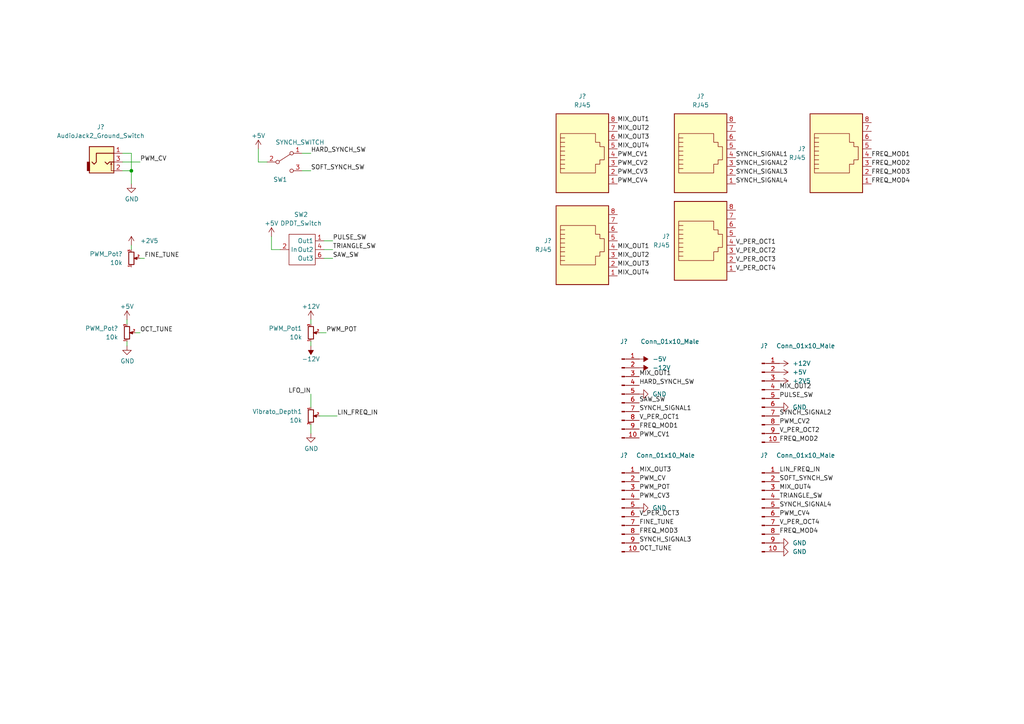
<source format=kicad_sch>
(kicad_sch (version 20211123) (generator eeschema)
  (paper "A4")
  (lib_symbols
    (symbol "Connector:Conn_01x10_Male" (pin_names (offset 1.016) hide)
      (property "Reference" "J" (at 0 12.7 0))
      (property "Value" "Conn_01x10_Male" (at 0 -15.24 0))
      (symbol "Conn_01x10_Male_1_1"
        (polyline (pts (xy 1.27 -12.7) (xy 0.8636 -12.7)) (stroke (width 0.1524)))
        (polyline (pts (xy 1.27 -10.16) (xy 0.8636 -10.16)) (stroke (width 0.1524)))
        (polyline (pts (xy 1.27 -7.62) (xy 0.8636 -7.62)) (stroke (width 0.1524)))
        (polyline (pts (xy 1.27 -5.08) (xy 0.8636 -5.08)) (stroke (width 0.1524)))
        (polyline (pts (xy 1.27 -2.54) (xy 0.8636 -2.54)) (stroke (width 0.1524)))
        (polyline (pts (xy 1.27 0) (xy 0.8636 0)) (stroke (width 0.1524)))
        (polyline (pts (xy 1.27 2.54) (xy 0.8636 2.54)) (stroke (width 0.1524)))
        (polyline (pts (xy 1.27 5.08) (xy 0.8636 5.08)) (stroke (width 0.1524)))
        (polyline (pts (xy 1.27 7.62) (xy 0.8636 7.62)) (stroke (width 0.1524)))
        (polyline (pts (xy 1.27 10.16) (xy 0.8636 10.16)) (stroke (width 0.1524)))
        (rectangle (start 0.8636 -12.573) (end 0 -12.827) (stroke (width 0.1524)) (fill (type outline)))
        (rectangle (start 0.8636 -10.033) (end 0 -10.287) (stroke (width 0.1524)) (fill (type outline)))
        (rectangle (start 0.8636 -7.493) (end 0 -7.747) (stroke (width 0.1524)) (fill (type outline)))
        (rectangle (start 0.8636 -4.953) (end 0 -5.207) (stroke (width 0.1524)) (fill (type outline)))
        (rectangle (start 0.8636 -2.413) (end 0 -2.667) (stroke (width 0.1524)) (fill (type outline)))
        (rectangle (start 0.8636 0.127) (end 0 -0.127) (stroke (width 0.1524)) (fill (type outline)))
        (rectangle (start 0.8636 2.667) (end 0 2.413) (stroke (width 0.1524)) (fill (type outline)))
        (rectangle (start 0.8636 5.207) (end 0 4.953) (stroke (width 0.1524)) (fill (type outline)))
        (rectangle (start 0.8636 7.747) (end 0 7.493) (stroke (width 0.1524)) (fill (type outline)))
        (rectangle (start 0.8636 10.287) (end 0 10.033) (stroke (width 0.1524)) (fill (type outline)))
        (pin passive line (at 5.08 10.16 180) (length 3.81) (name "Pin_1") (number "1"))
        (pin passive line (at 5.08 -12.7 180) (length 3.81) (name "Pin_10") (number "10"))
        (pin passive line (at 5.08 7.62 180) (length 3.81) (name "Pin_2") (number "2"))
        (pin passive line (at 5.08 5.08 180) (length 3.81) (name "Pin_3") (number "3"))
        (pin passive line (at 5.08 2.54 180) (length 3.81) (name "Pin_4") (number "4"))
        (pin passive line (at 5.08 0 180) (length 3.81) (name "Pin_5") (number "5"))
        (pin passive line (at 5.08 -2.54 180) (length 3.81) (name "Pin_6") (number "6"))
        (pin passive line (at 5.08 -5.08 180) (length 3.81) (name "Pin_7") (number "7"))
        (pin passive line (at 5.08 -7.62 180) (length 3.81) (name "Pin_8") (number "8"))
        (pin passive line (at 5.08 -10.16 180) (length 3.81) (name "Pin_9") (number "9"))
      )
    )
    (symbol "Connector:RJ45" (pin_names (offset 1.016))
      (property "Reference" "J" (at -5.08 13.97 0))
      (property "Value" "RJ45" (at 2.54 13.97 0))
      (symbol "RJ45_0_1"
        (polyline (pts (xy -5.08 4.445) (xy -6.35 4.445)))
        (polyline (pts (xy -5.08 5.715) (xy -6.35 5.715)))
        (polyline (pts (xy -6.35 -3.175) (xy -5.08 -3.175) (xy -5.08 -3.175)))
        (polyline (pts (xy -6.35 -1.905) (xy -5.08 -1.905) (xy -5.08 -1.905)))
        (polyline (pts (xy -6.35 -0.635) (xy -5.08 -0.635) (xy -5.08 -0.635)))
        (polyline (pts (xy -6.35 0.635) (xy -5.08 0.635) (xy -5.08 0.635)))
        (polyline (pts (xy -6.35 1.905) (xy -5.08 1.905) (xy -5.08 1.905)))
        (polyline (pts (xy -5.08 3.175) (xy -6.35 3.175) (xy -6.35 3.175)))
        (polyline (pts (xy -6.35 -4.445) (xy -6.35 6.985) (xy 3.81 6.985) (xy 3.81 4.445) (xy 5.08 4.445) (xy 5.08 3.175) (xy 6.35 3.175) (xy 6.35 -0.635) (xy 5.08 -0.635) (xy 5.08 -1.905) (xy 3.81 -1.905) (xy 3.81 -4.445) (xy -6.35 -4.445) (xy -6.35 -4.445)))
        (rectangle (start 7.62 12.7) (end -7.62 -10.16) (stroke (width 0.254)) (fill (type background)))
      )
      (symbol "RJ45_1_1"
        (pin passive line (at 10.16 -7.62 180) (length 2.54) (name "~") (number "1"))
        (pin passive line (at 10.16 -5.08 180) (length 2.54) (name "~") (number "2"))
        (pin passive line (at 10.16 -2.54 180) (length 2.54) (name "~") (number "3"))
        (pin passive line (at 10.16 0 180) (length 2.54) (name "~") (number "4"))
        (pin passive line (at 10.16 2.54 180) (length 2.54) (name "~") (number "5"))
        (pin passive line (at 10.16 5.08 180) (length 2.54) (name "~") (number "6"))
        (pin passive line (at 10.16 7.62 180) (length 2.54) (name "~") (number "7"))
        (pin passive line (at 10.16 10.16 180) (length 2.54) (name "~") (number "8"))
      )
    )
    (symbol "Custom_Audio:DPDT_Switch"
      (property "Reference" "U" (at 0 5.08 0))
      (property "Value" "DPDT_Switch" (at 0 -6.985 0))
      (symbol "DPDT_Switch_0_1"
        (rectangle (start -3.81 3.175) (end 3.81 -5.715))
      )
      (symbol "DPDT_Switch_1_1"
        (pin bidirectional line (at 6.35 1.27 180) (length 2.54) (name "Out1") (number "1"))
        (pin bidirectional line (at -6.35 -1.27 0) (length 2.54) (name "In") (number "2"))
        (pin bidirectional line (at -6.985 -4.445 0) (length 2.54) hide (name "Pin3") (number "3"))
        (pin bidirectional line (at 6.35 -1.27 180) (length 2.54) (name "Out2") (number "4"))
        (pin bidirectional line (at -6.985 -4.445 0) (length 2.54) hide (name "Pin5") (number "5"))
        (pin bidirectional line (at 6.35 -3.81 180) (length 2.54) (name "Out3") (number "6"))
      )
    )
    (symbol "Device:R_Potentiometer_Small" (pin_names (offset 1.016) hide)
      (property "Reference" "RV" (at -4.445 0 90))
      (property "Value" "R_Potentiometer_Small" (at -2.54 0 90))
      (symbol "R_Potentiometer_Small_0_1"
        (polyline (pts (xy 0.889 0) (xy 0.635 0) (xy 1.651 0.381) (xy 1.651 -0.381) (xy 0.635 0) (xy 0.889 0)) (fill (type outline)))
        (rectangle (start 0.762 1.8034) (end -0.762 -1.8034) (stroke (width 0.254)))
      )
      (symbol "R_Potentiometer_Small_1_1"
        (pin passive line (at 0 2.54 270) (length 0.635) (name "1") (number "1"))
        (pin passive line (at 2.54 0 180) (length 0.9906) (name "2") (number "2"))
        (pin passive line (at 0 -2.54 90) (length 0.635) (name "3") (number "3"))
      )
    )
    (symbol "Switch:SW_SPDT" (pin_names (offset 0) hide)
      (property "Reference" "SW" (at 0 4.318 0))
      (property "Value" "SW_SPDT" (at 0 -5.08 0))
      (symbol "SW_SPDT_0_0"
        (circle (center -2.032 0) (radius 0.508))
        (circle (center 2.032 -2.54) (radius 0.508))
      )
      (symbol "SW_SPDT_0_1"
        (polyline (pts (xy -1.524 0.254) (xy 1.651 2.286)))
        (circle (center 2.032 2.54) (radius 0.508))
      )
      (symbol "SW_SPDT_1_1"
        (pin passive line (at 5.08 2.54 180) (length 2.54) (name "A") (number "1"))
        (pin passive line (at -5.08 0 0) (length 2.54) (name "B") (number "2"))
        (pin passive line (at 5.08 -2.54 180) (length 2.54) (name "C") (number "3"))
      )
    )
    (symbol "power:+12V" (power) (pin_names (offset 0))
      (property "Value" "+12V" (at 0 3.556 0))
      (symbol "+12V_0_1"
        (polyline (pts (xy -0.762 1.27) (xy 0 2.54)))
        (polyline (pts (xy 0 0) (xy 0 2.54)))
        (polyline (pts (xy 0 2.54) (xy 0.762 1.27)))
      )
      (symbol "+12V_1_1"
        (pin power_in line (at 0 0 90) (length 0) hide (name "+12V") (number "1"))
      )
    )
    (symbol "power:+2V5" (power) (pin_names (offset 0))
      (property "Value" "+2V5" (at 0 3.556 0))
      (symbol "+2V5_0_1"
        (polyline (pts (xy -0.762 1.27) (xy 0 2.54)))
        (polyline (pts (xy 0 0) (xy 0 2.54)))
        (polyline (pts (xy 0 2.54) (xy 0.762 1.27)))
      )
      (symbol "+2V5_1_1"
        (pin power_in line (at 0 0 90) (length 0) hide (name "+2V5") (number "1"))
      )
    )
    (symbol "power:+5V" (power) (pin_names (offset 0))
      (property "Value" "+5V" (at 0 3.556 0))
      (symbol "+5V_0_1"
        (polyline (pts (xy -0.762 1.27) (xy 0 2.54)))
        (polyline (pts (xy 0 0) (xy 0 2.54)))
        (polyline (pts (xy 0 2.54) (xy 0.762 1.27)))
      )
      (symbol "+5V_1_1"
        (pin power_in line (at 0 0 90) (length 0) hide (name "+5V") (number "1"))
      )
    )
    (symbol "power:-12V" (power) (pin_names (offset 0))
      (property "Value" "-12V" (at 0 3.81 0))
      (symbol "-12V_0_0"
        (pin power_in line (at 0 0 90) (length 0) hide (name "-12V") (number "1"))
      )
      (symbol "-12V_0_1"
        (polyline (pts (xy 0 0) (xy 0 1.27) (xy 0.762 1.27) (xy 0 2.54) (xy -0.762 1.27) (xy 0 1.27)) (fill (type outline)))
      )
    )
    (symbol "power:-5V" (power) (pin_names (offset 0))
      (property "Value" "-5V" (at 0 3.81 0))
      (symbol "-5V_0_0"
        (pin power_in line (at 0 0 90) (length 0) hide (name "-5V") (number "1"))
      )
      (symbol "-5V_0_1"
        (polyline (pts (xy 0 0) (xy 0 1.27) (xy 0.762 1.27) (xy 0 2.54) (xy -0.762 1.27) (xy 0 1.27)) (fill (type outline)))
      )
    )
    (symbol "power:GND" (power) (pin_names (offset 0))
      (property "Value" "GND" (at 0 -3.81 0))
      (symbol "GND_0_1"
        (polyline (pts (xy 0 0) (xy 0 -1.27) (xy 1.27 -1.27) (xy 0 -2.54) (xy -1.27 -1.27) (xy 0 -1.27)))
      )
      (symbol "GND_1_1"
        (pin power_in line (at 0 0 270) (length 0) hide (name "GND") (number "1"))
      )
    )
    (symbol "thonkiconn:AudioJack2_Ground_Switch" (pin_names (offset 1.016))
      (property "Reference" "J" (at 0 8.89 0))
      (property "Value" "AudioJack2_Ground_Switch" (at 0 6.35 0))
      (symbol "AudioJack2_Ground_Switch_0_1"
        (rectangle (start -4.445 -2.54) (end -5.207 0) (fill (type outline)))
        (polyline (pts (xy 1.778 -0.254) (xy 2.032 -0.762)))
        (polyline (pts (xy 0 0) (xy 0.635 -0.635) (xy 1.27 0) (xy 2.54 0)) (stroke (width 0.254)))
        (polyline (pts (xy 2.54 -2.54) (xy 1.778 -2.54) (xy 1.778 -0.254) (xy 1.524 -0.762)))
        (polyline (pts (xy 2.54 2.54) (xy -2.54 2.54) (xy -2.54 0) (xy -3.175 -0.635) (xy -3.81 0)) (stroke (width 0.254)))
        (rectangle (start 2.54 -3.175) (end -4.572 4.445) (stroke (width 0.254)) (fill (type background)))
      )
      (symbol "AudioJack2_Ground_Switch_1_1"
        (pin passive line (at 5.08 2.54 180) (length 2.54) (name "~") (number "1"))
        (pin passive line (at 5.08 -2.54 180) (length 2.54) (name "~") (number "2"))
        (pin passive line (at 5.08 0 180) (length 2.54) (name "~") (number "3"))
      )
    )
  )
  (junction (at 38.1 49.53))
  (wire (pts (xy 74.93 43.18) (xy 74.93 46.99)))
  (wire (pts (xy 36.83 100.33) (xy 36.83 99.06)))
  (wire (pts (xy 35.56 49.53) (xy 38.1 49.53)))
  (wire (pts (xy 90.17 92.71) (xy 90.17 93.98)))
  (wire (pts (xy 78.74 72.39) (xy 81.28 72.39)))
  (wire (pts (xy 35.56 44.45) (xy 38.1 44.45)))
  (wire (pts (xy 38.1 49.53) (xy 38.1 53.34)))
  (wire (pts (xy 40.64 74.93) (xy 41.91 74.93)))
  (wire (pts (xy 93.98 72.39) (xy 96.52 72.39)))
  (wire (pts (xy 36.83 92.71) (xy 36.83 93.98)))
  (wire (pts (xy 90.17 123.19) (xy 90.17 125.73)))
  (wire (pts (xy 87.63 49.53) (xy 90.17 49.53)))
  (wire (pts (xy 78.74 68.58) (xy 78.74 72.39)))
  (wire (pts (xy 92.71 96.52) (xy 94.615 96.52)))
  (wire (pts (xy 90.17 99.06) (xy 90.17 100.33)))
  (wire (pts (xy 92.71 120.65) (xy 97.79 120.65)))
  (wire (pts (xy 87.63 44.45) (xy 90.17 44.45)))
  (wire (pts (xy 35.56 46.99) (xy 40.64 46.99)))
  (wire (pts (xy 39.37 96.52) (xy 40.64 96.52)))
  (wire (pts (xy 38.1 44.45) (xy 38.1 49.53)))
  (wire (pts (xy 93.98 74.93) (xy 96.52 74.93)))
  (wire (pts (xy 90.17 114.3) (xy 90.17 118.11)))
  (wire (pts (xy 93.98 69.85) (xy 96.52 69.85)))
  (wire (pts (xy 38.1 71.12) (xy 38.1 72.39)))
  (wire (pts (xy 74.93 46.99) (xy 77.47 46.99)))
  (label "V_PER_OCT1" (at 185.42 121.92 0))
  (label "SYNCH_SIGNAL3" (at 185.42 157.48 0))
  (label "PWM_CV4" (at 226.06 149.86 0))
  (label "V_PER_OCT4" (at 213.36 78.74 0))
  (label "FREQ_MOD2" (at 226.06 128.27 0))
  (label "V_PER_OCT2" (at 213.36 73.66 0))
  (label "PULSE_SW" (at 226.06 115.57 0))
  (label "FREQ_MOD4" (at 226.06 154.94 0))
  (label "V_PER_OCT4" (at 226.06 152.4 0))
  (label "PWM_POT" (at 185.42 142.24 0))
  (label "MIX_OUT3" (at 179.07 77.47 0))
  (label "MIX_OUT1" (at 185.42 109.22 0))
  (label "MIX_OUT3" (at 179.07 40.64 0))
  (label "V_PER_OCT1" (at 213.36 71.12 0))
  (label "V_PER_OCT3" (at 185.42 149.86 0))
  (label "LFO_IN" (at 90.17 114.3 180))
  (label "FREQ_MOD3" (at 252.73 50.8 0))
  (label "SYNCH_SIGNAL3" (at 213.36 50.8 0))
  (label "OCT_TUNE" (at 185.42 160.02 0))
  (label "PWM_CV2" (at 179.07 48.26 0))
  (label "PULSE_SW" (at 96.52 69.85 0))
  (label "FREQ_MOD1" (at 252.73 45.72 0))
  (label "SYNCH_SIGNAL4" (at 226.06 147.32 0))
  (label "PWM_CV2" (at 226.06 123.19 0))
  (label "MIX_OUT1" (at 179.07 35.56 0))
  (label "PWM_CV1" (at 179.07 45.72 0))
  (label "HARD_SYNCH_SW" (at 185.42 111.76 0))
  (label "FREQ_MOD3" (at 185.42 154.94 0))
  (label "FINE_TUNE" (at 185.42 152.4 0))
  (label "MIX_OUT2" (at 179.07 74.93 0))
  (label "SAW_SW" (at 185.42 116.84 0))
  (label "PWM_CV" (at 40.64 46.99 0))
  (label "LIN_FREQ_IN" (at 226.06 137.16 0))
  (label "SYNCH_SIGNAL4" (at 213.36 53.34 0))
  (label "PWM_CV3" (at 185.42 144.78 0))
  (label "FREQ_MOD2" (at 252.73 48.26 0))
  (label "FREQ_MOD4" (at 252.73 53.34 0))
  (label "MIX_OUT4" (at 179.07 43.18 0))
  (label "TRIANGLE_SW" (at 226.06 144.78 0))
  (label "SOFT_SYNCH_SW" (at 226.06 139.7 0))
  (label "MIX_OUT4" (at 179.07 80.01 0))
  (label "LIN_FREQ_IN" (at 97.79 120.65 0))
  (label "HARD_SYNCH_SW" (at 90.17 44.45 0))
  (label "PWM_CV4" (at 179.07 53.34 0))
  (label "MIX_OUT4" (at 226.06 142.24 0))
  (label "PWM_POT" (at 94.615 96.52 0))
  (label "SOFT_SYNCH_SW" (at 90.17 49.53 0))
  (label "SYNCH_SIGNAL2" (at 213.36 48.26 0))
  (label "SYNCH_SIGNAL2" (at 226.06 120.65 0))
  (label "FINE_TUNE" (at 41.91 74.93 0))
  (label "FREQ_MOD1" (at 185.42 124.46 0))
  (label "PWM_CV1" (at 185.42 127 0))
  (label "V_PER_OCT3" (at 213.36 76.2 0))
  (label "TRIANGLE_SW" (at 96.52 72.39 0))
  (label "MIX_OUT1" (at 179.07 72.39 0))
  (label "PWM_CV3" (at 179.07 50.8 0))
  (label "SYNCH_SIGNAL1" (at 185.42 119.38 0))
  (label "OCT_TUNE" (at 40.64 96.52 0))
  (label "SAW_SW" (at 96.52 74.93 0))
  (label "PWM_CV" (at 185.42 139.7 0))
  (label "SYNCH_SIGNAL1" (at 213.36 45.72 0))
  (label "MIX_OUT2" (at 226.06 113.03 0))
  (label "V_PER_OCT2" (at 226.06 125.73 0))
  (label "MIX_OUT2" (at 179.07 38.1 0))
  (label "MIX_OUT3" (at 185.42 137.16 0))
  (symbol (lib_id "power:+5V") (at 226.06 107.95 270) (unit 1)
    (property "Reference" "#PWR?" (effects hide))
    (property "Value" "+5V" (at 229.87 107.9499 90) (effects (justify left)))
  )
  (symbol (lib_id "Device:R_Potentiometer_Small") (at 36.83 96.52 0) (mirror x) (unit 1)
    (property "Reference" "PWM_Pot?" (at 34.29 95.2499 0) (effects (justify right)))
    (property "Value" "10k" (at 34.29 97.7899 0) (effects (justify right)))
    (property "Footprint" "Custom_Footprints:Alpha_9mm_Potentiometer_Aligned" (effects hide))
  )
  (symbol (lib_id "thonkiconn:AudioJack2_Ground_Switch") (at 30.48 46.99 0) (unit 1)
    (property "Reference" "J?" (at 29.21 36.83 0))
    (property "Value" "AudioJack2_Ground_Switch" (at 29.21 39.37 0))
  )
  (symbol (lib_id "power:GND") (at 226.06 118.11 90) (unit 1)
    (property "Reference" "#PWR?" (effects hide))
    (property "Value" "GND" (at 229.87 118.1099 90) (effects (justify right)))
  )
  (symbol (lib_id "Connector:RJ45") (at 242.57 45.72 0) (unit 1)
    (property "Reference" "J?" (at 233.68 43.1799 0) (effects (justify right)))
    (property "Value" "RJ45" (at 233.68 45.7199 0) (effects (justify right)))
  )
  (symbol (lib_id "Device:R_Potentiometer_Small") (at 90.17 120.65 0) (unit 1)
    (property "Reference" "Vibrato_Depth1" (at 87.63 119.3799 0) (effects (justify right)))
    (property "Value" "10k" (at 87.63 121.9199 0) (effects (justify right)))
    (property "Footprint" "Custom_Footprints:Alpha_9mm_Potentiometer_Aligned" (effects hide))
  )
  (symbol (lib_id "power:+12V") (at 90.17 92.71 0) (mirror y) (unit 1)
    (property "Reference" "#PWR024" (effects hide))
    (property "Value" "+12V" (at 90.17 88.9 0))
  )
  (symbol (lib_id "power:GND") (at 185.42 147.32 90) (unit 1)
    (property "Reference" "#PWR?" (effects hide))
    (property "Value" "GND" (at 189.23 147.3199 90) (effects (justify right)))
  )
  (symbol (lib_id "power:+12V") (at 226.06 105.41 270) (mirror x) (unit 1)
    (property "Reference" "#PWR?" (effects hide))
    (property "Value" "+12V" (at 229.87 105.4099 90) (effects (justify left)))
  )
  (symbol (lib_id "power:GND") (at 226.06 157.48 90) (unit 1)
    (property "Reference" "#PWR?" (effects hide))
    (property "Value" "GND" (at 229.87 157.4799 90) (effects (justify right)))
  )
  (symbol (lib_id "Connector:Conn_01x10_Male") (at 220.98 115.57 0) (unit 1)
    (property "Reference" "J?" (at 221.615 100.33 0))
    (property "Value" "Conn_01x10_Male" (at 233.68 100.33 0))
    (property "Footprint" "Connector_PinHeader_2.54mm:PinHeader_1x10_P2.54mm_Vertical" (effects hide))
  )
  (symbol (lib_id "Connector:RJ45") (at 203.2 45.72 0) (unit 1)
    (property "Reference" "J?" (at 203.2 27.94 0))
    (property "Value" "RJ45" (at 203.2 30.48 0))
  )
  (symbol (lib_id "power:+5V") (at 78.74 68.58 0) (unit 1)
    (property "Reference" "#PWR013" (effects hide))
    (property "Value" "+5V" (at 78.74 64.77 0))
  )
  (symbol (lib_id "power:GND") (at 185.42 114.3 90) (unit 1)
    (property "Reference" "#PWR?" (effects hide))
    (property "Value" "GND" (at 189.23 114.2999 90) (effects (justify right)))
  )
  (symbol (lib_id "power:+2V5") (at 226.06 110.49 270) (unit 1)
    (property "Reference" "#PWR?" (effects hide))
    (property "Value" "+2V5" (at 229.87 110.4899 90) (effects (justify left)))
  )
  (symbol (lib_id "power:-12V") (at 185.42 106.68 270) (unit 1)
    (property "Reference" "#PWR?" (effects hide))
    (property "Value" "-12V" (at 189.23 106.6799 90) (effects (justify left)))
  )
  (symbol (lib_id "Connector:Conn_01x10_Male") (at 180.34 114.3 0) (unit 1)
    (property "Reference" "J?" (at 180.975 99.06 0))
    (property "Value" "Conn_01x10_Male" (at 194.31 99.06 0))
    (property "Footprint" "Connector_PinHeader_2.54mm:PinHeader_1x10_P2.54mm_Vertical" (effects hide))
  )
  (symbol (lib_id "Device:R_Potentiometer_Small") (at 38.1 74.93 0) (mirror x) (unit 1)
    (property "Reference" "PWM_Pot?" (at 35.56 73.6599 0) (effects (justify right)))
    (property "Value" "10k" (at 35.56 76.1999 0) (effects (justify right)))
    (property "Footprint" "Custom_Footprints:Alpha_9mm_Potentiometer_Aligned" (effects hide))
  )
  (symbol (lib_id "power:-5V") (at 185.42 104.14 270) (unit 1)
    (property "Reference" "#PWR?" (effects hide))
    (property "Value" "-5V" (at 189.23 104.1399 90) (effects (justify left)))
  )
  (symbol (lib_id "power:GND") (at 36.83 100.33 0) (unit 1)
    (property "Reference" "#PWR?" (effects hide))
    (property "Value" "GND" (at 36.957 104.7242 0))
  )
  (symbol (lib_id "power:-12V") (at 90.17 100.33 180) (unit 1)
    (property "Reference" "#PWR026" (effects hide))
    (property "Value" "-12V" (at 90.17 104.14 0))
  )
  (symbol (lib_id "Connector:Conn_01x10_Male") (at 220.98 147.32 0) (unit 1)
    (property "Reference" "J?" (at 221.615 132.08 0))
    (property "Value" "Conn_01x10_Male" (at 233.68 132.08 0))
    (property "Footprint" "Connector_PinHeader_2.54mm:PinHeader_1x10_P2.54mm_Vertical" (effects hide))
  )
  (symbol (lib_id "power:GND") (at 90.17 125.73 0) (unit 1)
    (property "Reference" "#PWR023" (effects hide))
    (property "Value" "GND" (at 90.297 130.1242 0))
  )
  (symbol (lib_id "power:+5V") (at 36.83 92.71 0) (unit 1)
    (property "Reference" "#PWR?" (effects hide))
    (property "Value" "+5V" (at 36.83 88.9 0))
  )
  (symbol (lib_id "Connector:RJ45") (at 168.91 72.39 0) (unit 1)
    (property "Reference" "J?" (at 160.02 69.8499 0) (effects (justify right)))
    (property "Value" "RJ45" (at 160.02 72.3899 0) (effects (justify right)))
  )
  (symbol (lib_id "Custom_Audio:DPDT_Switch") (at 87.63 71.12 0) (unit 1)
    (property "Reference" "SW2" (at 87.3125 62.23 0))
    (property "Value" "DPDT_Switch" (at 87.3125 64.77 0))
  )
  (symbol (lib_id "Connector:Conn_01x10_Male") (at 180.34 147.32 0) (unit 1)
    (property "Reference" "J?" (at 180.975 132.08 0))
    (property "Value" "Conn_01x10_Male" (at 193.04 132.08 0))
    (property "Footprint" "Connector_PinHeader_2.54mm:PinHeader_1x10_P2.54mm_Vertical" (effects hide))
  )
  (symbol (lib_id "Connector:RJ45") (at 168.91 45.72 0) (unit 1)
    (property "Reference" "J?" (at 168.91 27.94 0))
    (property "Value" "RJ45" (at 168.91 30.48 0))
  )
  (symbol (lib_id "Switch:SW_SPDT") (at 82.55 46.99 0) (unit 1)
    (property "Reference" "SW1" (at 81.28 52.07 0))
    (property "Value" "SYNCH_SWITCH" (at 86.995 41.275 0))
  )
  (symbol (lib_id "Device:R_Potentiometer_Small") (at 90.17 96.52 0) (mirror x) (unit 1)
    (property "Reference" "PWM_Pot1" (at 87.63 95.2499 0) (effects (justify right)))
    (property "Value" "10k" (at 87.63 97.7899 0) (effects (justify right)))
    (property "Footprint" "Custom_Footprints:Alpha_9mm_Potentiometer_Aligned" (effects hide))
  )
  (symbol (lib_id "power:+2V5") (at 38.1 71.12 0) (unit 1)
    (property "Reference" "#PWR?" (effects hide))
    (property "Value" "+2V5" (at 40.64 69.8499 0) (effects (justify left)))
  )
  (symbol (lib_id "power:GND") (at 226.06 160.02 90) (unit 1)
    (property "Reference" "#PWR?" (effects hide))
    (property "Value" "GND" (at 229.87 160.0199 90) (effects (justify right)))
  )
  (symbol (lib_id "power:+5V") (at 74.93 43.18 0) (unit 1)
    (property "Reference" "#PWR08" (effects hide))
    (property "Value" "+5V" (at 74.93 39.37 0))
  )
  (symbol (lib_id "power:GND") (at 38.1 53.34 0) (unit 1)
    (property "Reference" "#PWR?" (effects hide))
    (property "Value" "GND" (at 38.227 57.7342 0))
  )
  (symbol (lib_id "Connector:RJ45") (at 203.2 71.12 0) (unit 1)
    (property "Reference" "J?" (at 194.31 68.5799 0) (effects (justify right)))
    (property "Value" "RJ45" (at 194.31 71.1199 0) (effects (justify right)))
  )
)
</source>
